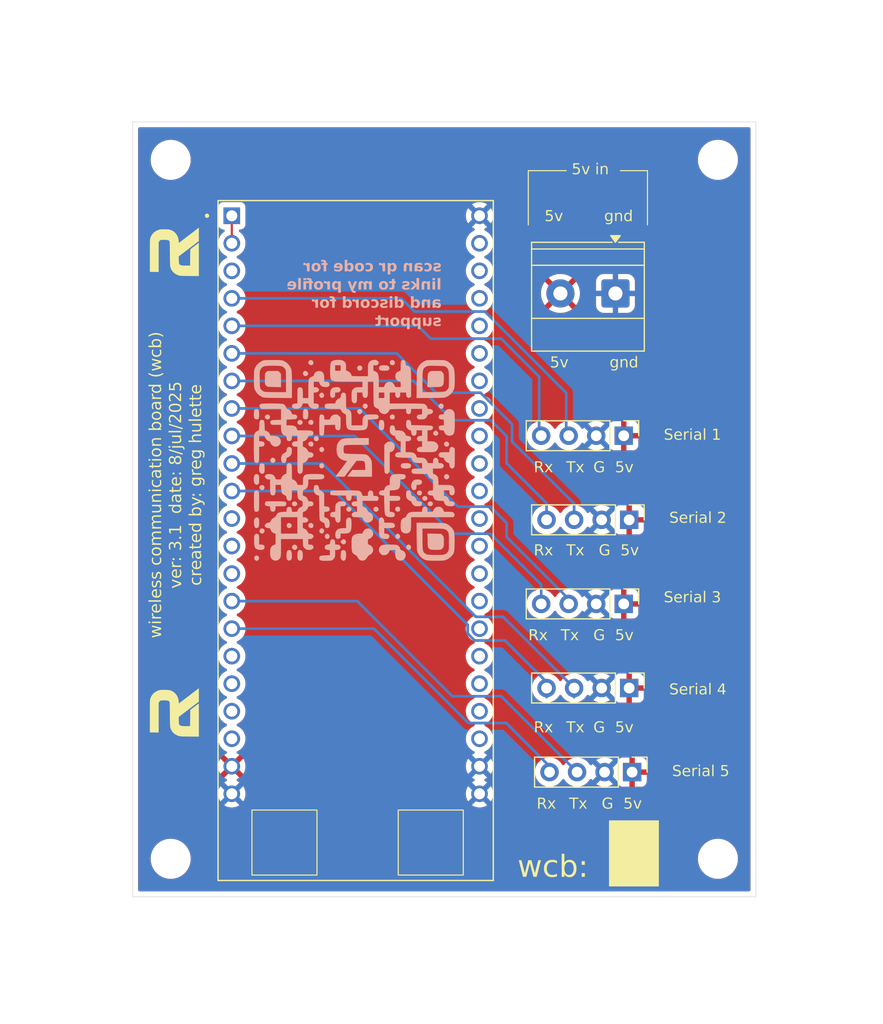
<source format=kicad_pcb>
(kicad_pcb (version 20241229) (generator "pcbnew") (generator_version "9.0")
  (layers (0 "F.Cu" signal) (2 "B.Cu" signal) (13 "F.Paste" user) (15 "B.Paste" user) (5 "F.SilkS" user "F.Silkscreen") (7 "B.SilkS" user "B.Silkscreen") (1 "F.Mask" user) (3 "B.Mask" user) (25 "Edge.Cuts" user))
  (net 0 "")
  (net 1 "S1_TX")
  (net 2 "S1_RX")
  (net 3 "S2_TX")
  (net 4 "S2_RX")
  (net 5 "S3_RX")
  (net 6 "S3_TX")
  (net 7 "S4_RX")
  (net 8 "S4_TX")
  (net 9 "S5_RX")
  (net 10 "S5_TX")
  (net 38 "GND")
  (net 39 "5V")
  (net 40 "Net-(U1-3V3-PadJ1_1)")
  (footprint "Connector_PinHeader_2.54mm:PinHeader_1x04_P2.54mm_Vertical" (layer "F.Cu") (at 182.58 116 -90)
    (property "Reference" "J5" (hide yes))
    (property "Value" "Serial 5" (hide yes))
    (pad "1" thru_hole rect (at 0 0 270) (size 1.7 1.7) (drill 1) (layers "*.Cu" "*.Mask") (net 39 "5V"))
    (pad "2" thru_hole circle (at 0 2.54 270) (size 1.7 1.7) (drill 1) (layers "*.Cu" "*.Mask") (net 38 "GND"))
    (pad "3" thru_hole circle (at 0 5.08 270) (size 1.7 1.7) (drill 1) (layers "*.Cu" "*.Mask") (net 10 "S5_TX"))
    (pad "4" thru_hole circle (at 0 7.62 270) (size 1.7 1.7) (drill 1) (layers "*.Cu" "*.Mask") (net 9 "S5_RX"))
  )
  (footprint "Connector_PinHeader_2.54mm:PinHeader_1x04_P2.54mm_Vertical" (layer "F.Cu") (at 182.31 92.72 -90)
    (property "Reference" "J2" (hide yes))
    (property "Value" "Serial 2" (hide yes))
    (pad "1" thru_hole rect (at 0 0 270) (size 1.7 1.7) (drill 1) (layers "*.Cu" "*.Mask") (net 39 "5V"))
    (pad "2" thru_hole circle (at 0 2.54 270) (size 1.7 1.7) (drill 1) (layers "*.Cu" "*.Mask") (net 38 "GND"))
    (pad "3" thru_hole circle (at 0 5.08 270) (size 1.7 1.7) (drill 1) (layers "*.Cu" "*.Mask") (net 3 "S2_TX"))
    (pad "4" thru_hole circle (at 0 7.62 270) (size 1.7 1.7) (drill 1) (layers "*.Cu" "*.Mask") (net 4 "S2_RX"))
  )
  (footprint "custom:cus" (layer "F.Cu") (at 140.695061 110.5 90)
    (property "Reference" "G***" (hide yes))
    (property "Value" "LOGO" (hide yes))
  )
  (footprint "TerminalBlock_Phoenix:TerminalBlock_Phoenix_MKDS-1,5-2-5.08_1x02_P5.08mm_Horizontal" (layer "F.Cu") (at 181.045 71.8275 180)
    (property "Reference" "J6" (hide yes))
    (property "Value" "Power" (hide yes))
    (pad "1" thru_hole roundrect (at 0 0 180) (size 2.6 2.6) (drill 1.3) (layers "*.Cu" "*.Mask") (roundrect_rratio 0.096154) (net 38 "GND"))
    (pad "2" thru_hole circle (at 5.08 0 180) (size 2.6 2.6) (drill 1.3) (layers "*.Cu" "*.Mask") (net 39 "5V"))
  )
  (footprint "custom:XCVR_ESP32-S3-DEVKITC-1-N8R2" (layer "F.Cu") (at 157.07 94.63)
    (property "Reference" "U1" (hide yes))
    (property "Value" "ESP32-S3-DEVKITC-1-N8R2" (hide yes))
    (pad "J1_1" thru_hole rect (at -11.43 -29.97) (size 1.53 1.53) (drill 1.02) (layers "*.Cu" "*.Mask") (net 40 "Net-(U1-3V3-PadJ1_1)"))
    (pad "J1_2" thru_hole circle (at -11.43 -27.43) (size 1.53 1.53) (drill 1.02) (layers "*.Cu" "*.Mask") (net 40 "Net-(U1-3V3-PadJ1_1)"))
    (pad "J1_3" thru_hole circle (at -11.43 -24.89) (size 1.53 1.53) (drill 1.02) (layers "*.Cu" "*.Mask"))
    (pad "J1_4" thru_hole circle (at -11.43 -22.35) (size 1.53 1.53) (drill 1.02) (layers "*.Cu" "*.Mask") (net 1 "S1_TX"))
    (pad "J1_5" thru_hole circle (at -11.43 -19.81) (size 1.53 1.53) (drill 1.02) (layers "*.Cu" "*.Mask") (net 2 "S1_RX"))
    (pad "J1_6" thru_hole circle (at -11.43 -17.27) (size 1.53 1.53) (drill 1.02) (layers "*.Cu" "*.Mask") (net 3 "S2_TX"))
    (pad "J1_7" thru_hole circle (at -11.43 -14.73) (size 1.53 1.53) (drill 1.02) (layers "*.Cu" "*.Mask") (net 4 "S2_RX"))
    (pad "J1_8" thru_hole circle (at -11.43 -12.19) (size 1.53 1.53) (drill 1.02) (layers "*.Cu" "*.Mask") (net 6 "S3_TX"))
    (pad "J1_9" thru_hole circle (at -11.43 -9.65) (size 1.53 1.53) (drill 1.02) (layers "*.Cu" "*.Mask") (net 5 "S3_RX"))
    (pad "J1_10" thru_hole circle (at -11.43 -7.11) (size 1.53 1.53) (drill 1.02) (layers "*.Cu" "*.Mask") (net 8 "S4_TX"))
    (pad "J1_11" thru_hole circle (at -11.43 -4.57) (size 1.53 1.53) (drill 1.02) (layers "*.Cu" "*.Mask") (net 7 "S4_RX"))
    (pad "J1_12" thru_hole circle (at -11.43 -2.03) (size 1.53 1.53) (drill 1.02) (layers "*.Cu" "*.Mask"))
    (pad "J1_13" thru_hole circle (at -11.43 0.51) (size 1.53 1.53) (drill 1.02) (layers "*.Cu" "*.Mask"))
    (pad "J1_14" thru_hole circle (at -11.43 3.05) (size 1.53 1.53) (drill 1.02) (layers "*.Cu" "*.Mask"))
    (pad "J1_15" thru_hole circle (at -11.43 5.59) (size 1.53 1.53) (drill 1.02) (layers "*.Cu" "*.Mask") (net 10 "S5_TX"))
    (pad "J1_16" thru_hole circle (at -11.43 8.13) (size 1.53 1.53) (drill 1.02) (layers "*.Cu" "*.Mask") (net 9 "S5_RX"))
    (pad "J1_17" thru_hole circle (at -11.43 10.67) (size 1.53 1.53) (drill 1.02) (layers "*.Cu" "*.Mask"))
    (pad "J1_18" thru_hole circle (at -11.43 13.21) (size 1.53 1.53) (drill 1.02) (layers "*.Cu" "*.Mask"))
    (pad "J1_19" thru_hole circle (at -11.43 15.75) (size 1.53 1.53) (drill 1.02) (layers "*.Cu" "*.Mask"))
    (pad "J1_20" thru_hole circle (at -11.43 18.29) (size 1.53 1.53) (drill 1.02) (layers "*.Cu" "*.Mask"))
    (pad "J1_21" thru_hole circle (at -11.43 20.83) (size 1.53 1.53) (drill 1.02) (layers "*.Cu" "*.Mask") (net 39 "5V"))
    (pad "J1_22" thru_hole circle (at -11.43 23.37) (size 1.53 1.53) (drill 1.02) (layers "*.Cu" "*.Mask") (net 38 "GND"))
    (pad "J3_1" thru_hole circle (at 11.43 -29.97) (size 1.53 1.53) (drill 1.02) (layers "*.Cu" "*.Mask") (net 38 "GND"))
    (pad "J3_2" thru_hole circle (at 11.43 -27.43) (size 1.53 1.53) (drill 1.02) (layers "*.Cu" "*.Mask"))
    (pad "J3_3" thru_hole circle (at 11.43 -24.89) (size 1.53 1.53) (drill 1.02) (layers "*.Cu" "*.Mask"))
    (pad "J3_4" thru_hole circle (at 11.43 -22.35) (size 1.53 1.53) (drill 1.02) (layers "*.Cu" "*.Mask"))
    (pad "J3_5" thru_hole circle (at 11.43 -19.81) (size 1.53 1.53) (drill 1.02) (layers "*.Cu" "*.Mask"))
    (pad "J3_6" thru_hole circle (at 11.43 -17.27) (size 1.53 1.53) (drill 1.02) (layers "*.Cu" "*.Mask"))
    (pad "J3_7" thru_hole circle (at 11.43 -14.73) (size 1.53 1.53) (drill 1.02) (layers "*.Cu" "*.Mask"))
    (pad "J3_8" thru_hole circle (at 11.43 -12.19) (size 1.53 1.53) (drill 1.02) (layers "*.Cu" "*.Mask"))
    (pad "J3_9" thru_hole circle (at 11.43 -9.65) (size 1.53 1.53) (drill 1.02) (layers "*.Cu" "*.Mask"))
    (pad "J3_10" thru_hole circle (at 11.43 -7.11) (size 1.53 1.53) (drill 1.02) (layers "*.Cu" "*.Mask"))
    (pad "J3_11" thru_hole circle (at 11.43 -4.57) (size 1.53 1.53) (drill 1.02) (layers "*.Cu" "*.Mask"))
    (pad "J3_12" thru_hole circle (at 11.43 -2.03) (size 1.53 1.53) (drill 1.02) (layers "*.Cu" "*.Mask"))
    (pad "J3_13" thru_hole circle (at 11.43 0.51) (size 1.53 1.53) (drill 1.02) (layers "*.Cu" "*.Mask"))
    (pad "J3_14" thru_hole circle (at 11.43 3.05) (size 1.53 1.53) (drill 1.02) (layers "*.Cu" "*.Mask"))
    (pad "J3_15" thru_hole circle (at 11.43 5.59) (size 1.53 1.53) (drill 1.02) (layers "*.Cu" "*.Mask"))
    (pad "J3_16" thru_hole circle (at 11.43 8.13) (size 1.53 1.53) (drill 1.02) (layers "*.Cu" "*.Mask"))
    (pad "J3_17" thru_hole circle (at 11.43 10.67) (size 1.53 1.53) (drill 1.02) (layers "*.Cu" "*.Mask"))
    (pad "J3_18" thru_hole circle (at 11.43 13.21) (size 1.53 1.53) (drill 1.02) (layers "*.Cu" "*.Mask"))
    (pad "J3_19" thru_hole circle (at 11.43 15.75) (size 1.53 1.53) (drill 1.02) (layers "*.Cu" "*.Mask"))
    (pad "J3_20" thru_hole circle (at 11.43 18.29) (size 1.53 1.53) (drill 1.02) (layers "*.Cu" "*.Mask"))
    (pad "J3_21" thru_hole circle (at 11.43 20.83) (size 1.53 1.53) (drill 1.02) (layers "*.Cu" "*.Mask") (net 38 "GND"))
    (pad "J3_22" thru_hole circle (at 11.43 23.37) (size 1.53 1.53) (drill 1.02) (layers "*.Cu" "*.Mask") (net 38 "GND"))
  )
  (footprint "Connector_PinHeader_2.54mm:PinHeader_1x04_P2.54mm_Vertical" (layer "F.Cu") (at 181.81 100.48 -90)
    (property "Reference" "J3" (hide yes))
    (property "Value" "Serial 3" (hide yes))
    (pad "1" thru_hole rect (at 0 0 270) (size 1.7 1.7) (drill 1) (layers "*.Cu" "*.Mask") (net 39 "5V"))
    (pad "2" thru_hole circle (at 0 2.54 270) (size 1.7 1.7) (drill 1) (layers "*.Cu" "*.Mask") (net 38 "GND"))
    (pad "3" thru_hole circle (at 0 5.08 270) (size 1.7 1.7) (drill 1) (layers "*.Cu" "*.Mask") (net 6 "S3_TX"))
    (pad "4" thru_hole circle (at 0 7.62 270) (size 1.7 1.7) (drill 1) (layers "*.Cu" "*.Mask") (net 5 "S3_RX"))
  )
  (footprint "Connector_PinHeader_2.54mm:PinHeader_1x04_P2.54mm_Vertical" (layer "F.Cu") (at 182.31 108.24 -90)
    (property "Reference" "J4" (hide yes))
    (property "Value" "Serial 4" (hide yes))
    (pad "1" thru_hole rect (at 0 0 270) (size 1.7 1.7) (drill 1) (layers "*.Cu" "*.Mask") (net 39 "5V"))
    (pad "2" thru_hole circle (at 0 2.54 270) (size 1.7 1.7) (drill 1) (layers "*.Cu" "*.Mask") (net 38 "GND"))
    (pad "3" thru_hole circle (at 0 5.08 270) (size 1.7 1.7) (drill 1) (layers "*.Cu" "*.Mask") (net 8 "S4_TX"))
    (pad "4" thru_hole circle (at 0 7.62 270) (size 1.7 1.7) (drill 1) (layers "*.Cu" "*.Mask") (net 7 "S4_RX"))
  )
  (footprint "custom:cus" (layer "F.Cu") (at 140.695061 68 90)
    (property "Reference" "G***" (hide yes))
    (property "Value" "LOGO" (hide yes))
  )
  (footprint "Connector_PinHeader_2.54mm:PinHeader_1x04_P2.54mm_Vertical" (layer "F.Cu") (at 181.81 84.96 -90)
    (property "Reference" "J1" (hide yes))
    (property "Value" "Serial 1" (hide yes))
    (pad "1" thru_hole rect (at 0 0 270) (size 1.7 1.7) (drill 1) (layers "*.Cu" "*.Mask") (net 39 "5V"))
    (pad "2" thru_hole circle (at 0 2.54 270) (size 1.7 1.7) (drill 1) (layers "*.Cu" "*.Mask") (net 38 "GND"))
    (pad "3" thru_hole circle (at 0 5.08 270) (size 1.7 1.7) (drill 1) (layers "*.Cu" "*.Mask") (net 1 "S1_TX"))
    (pad "4" thru_hole circle (at 0 7.62 270) (size 1.7 1.7) (drill 1) (layers "*.Cu" "*.Mask") (net 2 "S1_RX"))
  )
  (footprint "MountingHole:MountingHole_3.2mm_M3" (layer "F.Cu") (at 140 59.5)
    (property "Reference" "REF**" (hide yes))
    (property "Value" "MountingHole_3.2mm_M3" (hide yes))
    (pad "" np_thru_hole circle (at 0 0) (size 3.2 3.2) (drill 3.2) (layers "*.Cu" "*.Mask"))
  )
  (footprint "MountingHole:MountingHole_3.2mm_M3" (layer "F.Cu") (at 190.5 59.5)
    (property "Reference" "REF**" (hide yes))
    (property "Value" "MountingHole_3.2mm_M3" (hide yes))
    (pad "" np_thru_hole circle (at 0 0) (size 3.2 3.2) (drill 3.2) (layers "*.Cu" "*.Mask"))
  )
  (footprint "MountingHole:MountingHole_3.2mm_M3" (layer "F.Cu") (at 140 124)
    (property "Reference" "REF**" (hide yes))
    (property "Value" "MountingHole_3.2mm_M3" (hide yes))
    (pad "" np_thru_hole circle (at 0 0) (size 3.2 3.2) (drill 3.2) (layers "*.Cu" "*.Mask"))
  )
  (footprint "MountingHole:MountingHole_3.2mm_M3" (layer "F.Cu") (at 190.5 124)
    (property "Reference" "REF**" (hide yes))
    (property "Value" "MountingHole_3.2mm_M3" (hide yes))
    (pad "" np_thru_hole circle (at 0 0) (size 3.2 3.2) (drill 3.2) (layers "*.Cu" "*.Mask"))
  )
  (footprint "custom:qr-code-20" (layer "B.Cu") (at 156.5 87 180)
    (property "Reference" "G***" (hide yes))
    (property "Value" "LOGO" (hide yes))
  )
  (gr_line (start 184 60.5) (end 181.5 60.5) (stroke (width 0.1)) (layer "F.SilkS"))
  (gr_rect (start 161 119.5) (end 167 125.5) (stroke (width 0.1)) (fill no) (layer "F.SilkS"))
  (gr_line (start 173 60.5) (end 173 65.5) (stroke (width 0.1)) (layer "F.SilkS"))
  (gr_line (start 184 65.5) (end 184 60.5) (stroke (width 0.1)) (layer "F.SilkS"))
  (gr_rect (start 180.5 120.5) (end 185 126.5) (stroke (width 0.1)) (fill yes) (layer "F.SilkS"))
  (gr_line (start 176.5 60.5) (end 173 60.5) (stroke (width 0.1)) (layer "F.SilkS"))
  (gr_rect (start 147.5 119.5) (end 153.5 125.5) (stroke (width 0.1)) (fill no) (layer "F.SilkS"))
  (gr_rect (start 136.5 56) (end 194 127.5) (stroke (width 0.05)) (fill no) (layer "Edge.Cuts"))
  (gr_text "Rx" (at 173.5 112.5 0) (layer "F.SilkS") (effects (font (size 1 1) (thickness 0.1)) (justify left bottom)))
  (gr_text "Serial 4" (at 186 109 0) (layer "F.SilkS") (effects (font (size 1 1) (thickness 0.1)) (justify left bottom)))
  (gr_text "gnd" (at 180.5 78.8275 0) (layer "F.SilkS") (effects (font (size 1 1) (thickness 0.1)) (justify left bottom)))
  (gr_text "Rx" (at 173.5 88.5 0) (layer "F.SilkS") (effects (font (size 1 1) (thickness 0.1)) (justify left bottom)))
  (gr_text "5v" (at 181 104 0) (layer "F.SilkS") (effects (font (size 1 1) (thickness 0.1)) (justify left bottom)))
  (gr_text "Tx" (at 176 104 0) (layer "F.SilkS") (effects (font (size 1 1) (thickness 0.1)) (justify left bottom)))
  (gr_text "5v in" (at 177 61 0) (layer "F.SilkS") (effects (font (size 1 1) (thickness 0.1)) (justify left bottom)))
  (gr_text "5v" (at 174.5 65.3275 0) (layer "F.SilkS") (effects (font (size 1 1) (thickness 0.1)) (justify left bottom)))
  (gr_text "Serial 5" (at 186.27 116.54 0) (layer "F.SilkS") (effects (font (size 1 1) (thickness 0.1)) (justify left bottom)))
  (gr_text "5v" (at 181 112.5 0) (layer "F.SilkS") (effects (font (size 1 1) (thickness 0.1)) (justify left bottom)))
  (gr_text "Rx" (at 173.5 96.165 0) (layer "F.SilkS") (effects (font (size 1 1) (thickness 0.1)) (justify left bottom)))
  (gr_text "Serial 3" (at 185.5 100.5 0) (layer "F.SilkS") (effects (font (size 1 1) (thickness 0.1)) (justify left bottom)))
  (gr_text "G" (at 179 104 0) (layer "F.SilkS") (effects (font (size 1 1) (thickness 0.1)) (justify left bottom)))
  (gr_text "Serial 2" (at 186 93.165 0) (layer "F.SilkS") (effects (font (size 1 1) (thickness 0.1)) (justify left bottom)))
  (gr_text "G" (at 179 88.5 0) (layer "F.SilkS") (effects (font (size 1 1) (thickness 0.1)) (justify left bottom)))
  (gr_text "gnd" (at 180 65.3275 0) (layer "F.SilkS") (effects (font (size 1 1) (thickness 0.1)) (justify left bottom)))
  (gr_text "Tx" (at 176.5 88.5 0) (layer "F.SilkS") (effects (font (size 1 1) (thickness 0.1)) (justify left bottom)))
  (gr_text "wireless communication board (wcb)\nver: 3.1  date: 8/jul/2025\ncreated by: greg hulette" (at 143 89.5 90) (layer "F.SilkS") (effects (font (size 1.1 1.1) (thickness 0.1)) (justify bottom)))
  (gr_text "G" (at 179.5 96.165 0) (layer "F.SilkS") (effects (font (size 1 1) (thickness 0.1)) (justify left bottom)))
  (gr_text "Serial 1" (at 185.5 85.5 0) (layer "F.SilkS") (effects (font (size 1 1) (thickness 0.1)) (justify left bottom)))
  (gr_text "Rx" (at 173 104 0) (layer "F.SilkS") (effects (font (size 1 1) (thickness 0.1)) (justify left bottom)))
  (gr_text "5v" (at 175 78.8275 0) (layer "F.SilkS") (effects (font (size 1 1) (thickness 0.1)) (justify left bottom)))
  (gr_text "G" (at 179.77 119.54 0) (layer "F.SilkS") (effects (font (size 1 1) (thickness 0.1)) (justify left bottom)))
  (gr_text "5v" (at 181 88.5 0) (layer "F.SilkS") (effects (font (size 1 1) (thickness 0.1)) (justify left bottom)))
  (gr_text "5v" (at 181.5 96.165 0) (layer "F.SilkS") (effects (font (size 1 1) (thickness 0.1)) (justify left bottom)))
  (gr_text "5v" (at 181.77 119.54 0) (layer "F.SilkS") (effects (font (size 1 1) (thickness 0.1)) (justify left bottom)))
  (gr_text "Tx" (at 176.5 96.165 0) (layer "F.SilkS") (effects (font (size 1 1) (thickness 0.1)) (justify left bottom)))
  (gr_text "Tx" (at 176.77 119.54 0) (layer "F.SilkS") (effects (font (size 1 1) (thickness 0.1)) (justify left bottom)))
  (gr_text "Rx" (at 173.77 119.54 0) (layer "F.SilkS") (effects (font (size 1 1) (thickness 0.1)) (justify left bottom)))
  (gr_text "G" (at 179 112.5 0) (layer "F.SilkS") (effects (font (size 1 1) (thickness 0.1)) (justify left bottom)))
  (gr_text "wcb:" (at 172 126 0) (layer "F.SilkS") (effects (font (size 2 2) (thickness 0.1)) (justify left bottom)))
  (gr_text "Tx" (at 176.5 112.5 0) (layer "F.SilkS") (effects (font (size 1 1) (thickness 0.1)) (justify left bottom)))
  (gr_text "scan qr code for \nlinks to my profile \nand discord for \nsupport" (at 165 75 0) (layer "B.SilkS") (effects (font (size 1 1) (thickness 0.25) (bold yes)) (justify left bottom mirror)))
  (segment (start 176.5 84.73) (end 176.73 84.96) (width 0.25) (layer "B.Cu") (net 1))
  (segment (start 162.5 73.5) (end 169 73.5) (width 0.25) (layer "B.Cu") (net 1))
  (segment (start 161.28 72.28) (end 162.5 73.5) (width 0.25) (layer "B.Cu") (net 1))
  (segment (start 176.5 81) (end 176.5 84.73) (width 0.25) (layer "B.Cu") (net 1))
  (segment (start 169 73.5) (end 176.5 81) (width 0.25) (layer "B.Cu") (net 1))
  (segment (start 145.64 72.28) (end 161.28 72.28) (width 0.25) (layer "B.Cu") (net 1))
  (segment (start 162.82 74.82) (end 145.64 74.82) (width 0.25) (layer "B.Cu") (net 2))
  (segment (start 174 84.77) (end 174 79.5) (width 0.25) (layer "B.Cu") (net 2))
  (segment (start 164 76) (end 162.82 74.82) (width 0.25) (layer "B.Cu") (net 2))
  (segment (start 174 79.5) (end 170.5 76) (width 0.25) (layer "B.Cu") (net 2))
  (segment (start 170.5 76) (end 164 76) (width 0.25) (layer "B.Cu") (net 2))
  (segment (start 174.19 84.96) (end 174 84.77) (width 0.25) (layer "B.Cu") (net 2))
  (segment (start 168.593907 80.991) (end 171.5 83.897093) (width 0.25) (layer "B.Cu") (net 3))
  (segment (start 171.5 83.897093) (end 171.5 85.5) (width 0.25) (layer "B.Cu") (net 3))
  (segment (start 171.5 85.5) (end 177.23 91.23) (width 0.25) (layer "B.Cu") (net 3))
  (segment (start 164.491 80.991) (end 168.593907 80.991) (width 0.25) (layer "B.Cu") (net 3))
  (segment (start 160.86 77.36) (end 164.491 80.991) (width 0.25) (layer "B.Cu") (net 3))
  (segment (start 177.23 91.23) (end 177.23 92.5) (width 0.25) (layer "B.Cu") (net 3))
  (segment (start 145.64 77.36) (end 160.86 77.36) (width 0.25) (layer "B.Cu") (net 3))
  (segment (start 169.531 83.531) (end 171 85) (width 0.25) (layer "B.Cu") (net 4))
  (segment (start 166.031 83.531) (end 169.531 83.531) (width 0.25) (layer "B.Cu") (net 4))
  (segment (start 171 85) (end 171 87.5) (width 0.25) (layer "B.Cu") (net 4))
  (segment (start 171 87.5) (end 174.69 91.19) (width 0.25) (layer "B.Cu") (net 4))
  (segment (start 145.64 79.9) (end 162.4 79.9) (width 0.25) (layer "B.Cu") (net 4))
  (segment (start 162.4 79.9) (end 166.031 83.531) (width 0.25) (layer "B.Cu") (net 4))
  (segment (start 174.69 91.19) (end 174.69 92.5) (width 0.25) (layer "B.Cu") (net 4))
  (segment (start 169.5 94) (end 174.19 98.69) (width 0.25) (layer "B.Cu") (net 5))
  (segment (start 174.19 98.69) (end 174.19 100.21) (width 0.25) (layer "B.Cu") (net 5))
  (segment (start 145.64 84.98) (end 156.98 84.98) (width 0.25) (layer "B.Cu") (net 5))
  (segment (start 166 94) (end 169.5 94) (width 0.25) (layer "B.Cu") (net 5))
  (segment (start 156.98 84.98) (end 166 94) (width 0.25) (layer "B.Cu") (net 5))
  (segment (start 169.5 91.5) (end 171 93) (width 0.25) (layer "B.Cu") (net 6))
  (segment (start 171 94.298149) (end 176.73 100.028149) (width 0.25) (layer "B.Cu") (net 6))
  (segment (start 166.5 91.5) (end 169.5 91.5) (width 0.25) (layer "B.Cu") (net 6))
  (segment (start 176.73 100.028149) (end 176.73 100.21) (width 0.25) (layer "B.Cu") (net 6))
  (segment (start 171 93) (end 171 94.298149) (width 0.25) (layer "B.Cu") (net 6))
  (segment (start 157.44 82.44) (end 166.5 91.5) (width 0.25) (layer "B.Cu") (net 6))
  (segment (start 145.64 82.44) (end 157.44 82.44) (width 0.25) (layer "B.Cu") (net 6))
  (segment (start 174.69 107.690001) (end 170.850999 103.851) (width 0.25) (layer "B.Cu") (net 7))
  (segment (start 174.69 109.085) (end 174.69 107.690001) (width 0.25) (layer "B.Cu") (net 7))
  (segment (start 167.409 102.409) (end 155.06 90.06) (width 0.25) (layer "B.Cu") (net 7))
  (segment (start 170.850999 103.851) (end 168.048093 103.851) (width 0.25) (layer "B.Cu") (net 7))
  (segment (start 167.409 103.211907) (end 167.409 102.409) (width 0.25) (layer "B.Cu") (net 7))
  (segment (start 168.048093 103.851) (end 167.409 103.211907) (width 0.25) (layer "B.Cu") (net 7))
  (segment (start 155.06 90.06) (end 145.64 90.06) (width 0.25) (layer "B.Cu") (net 7))
  (segment (start 170.669 101.669) (end 177 108) (width 0.25) (layer "B.Cu") (net 8))
  (segment (start 154.02 87.52) (end 168.169 101.669) (width 0.25) (layer "B.Cu") (net 8))
  (segment (start 145.64 87.52) (end 154.02 87.52) (width 0.25) (layer "B.Cu") (net 8))
  (segment (start 168.169 101.669) (end 170.669 101.669) (width 0.25) (layer "B.Cu") (net 8))
  (segment (start 177 108.855) (end 177.23 109.085) (width 0.25) (layer "B.Cu") (net 8))
  (segment (start 177 108) (end 177 108.855) (width 0.25) (layer "B.Cu") (net 8))
  (segment (start 158.76 102.76) (end 167.471 111.471) (width 0.25) (layer "B.Cu") (net 9))
  (segment (start 170.971 111.471) (end 174.96 115.46) (width 0.25) (layer "B.Cu") (net 9))
  (segment (start 145.64 102.76) (end 158.76 102.76) (width 0.25) (layer "B.Cu") (net 9))
  (segment (start 174.96 115.46) (end 174.96 116) (width 0.25) (layer "B.Cu") (net 9))
  (segment (start 167.471 111.471) (end 170.971 111.471) (width 0.25) (layer "B.Cu") (net 9))
  (segment (start 170.5 109) (end 177.5 116) (width 0.25) (layer "B.Cu") (net 10))
  (segment (start 166 109) (end 170.5 109) (width 0.25) (layer "B.Cu") (net 10))
  (segment (start 157.22 100.22) (end 166 109) (width 0.25) (layer "B.Cu") (net 10))
  (segment (start 145.64 100.22) (end 157.22 100.22) (width 0.25) (layer "B.Cu") (net 10))
  (segment (start 145.64 64.66) (end 145.64 67.2) (width 0.2) (layer "F.Cu") (net 40))
  (zone (net 39) (net_name "5V") (layer "F.Cu") (priority 1) (connect_pads (clearance 0.5)) (min_thickness 0.25) (fill yes (thermal_gap 0.5) (thermal_bridge_width 0.5))
    (polygon (pts (xy 135.5 55) (xy 195 55) (xy 195 128.5) (xy 135.5 128.5)))
  )
  (zone (net 38) (net_name "GND") (layer "B.Cu") (connect_pads (clearance 0.5)) (min_thickness 0.25) (fill yes (thermal_gap 0.5) (thermal_bridge_width 0.5))
    (polygon (pts (xy 166 54.5) (xy 195.5 54.5) (xy 196 129.5) (xy 134.5 129.5) (xy 134.5 54.5)))
  )
)
</source>
